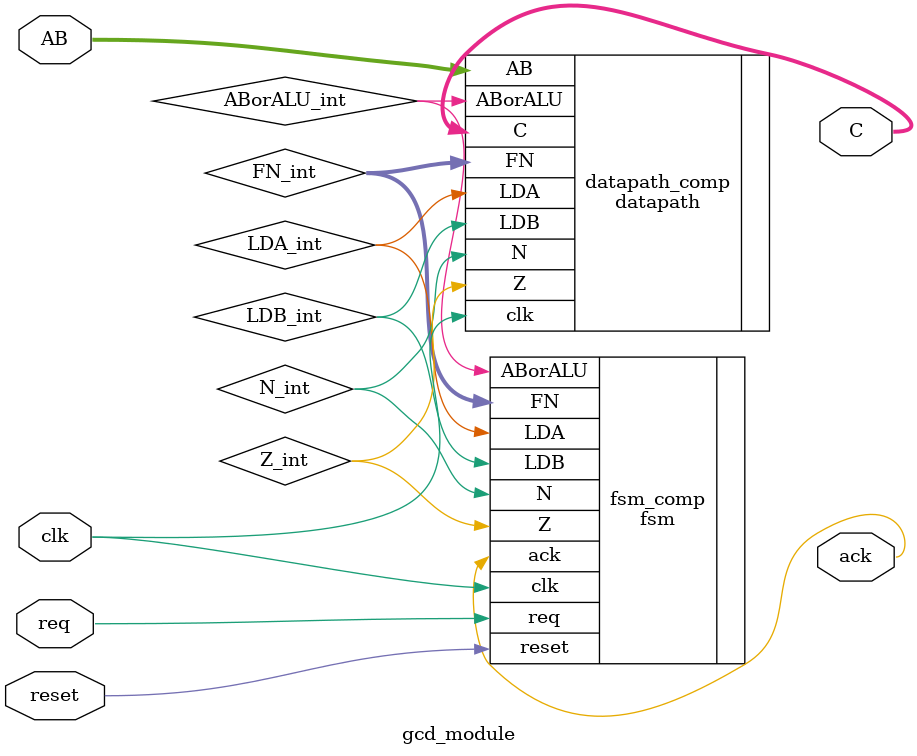
<source format=v>

`default_nettype none

module gcd_module
    (
        input wire        reset,
        input wire        clk,

        input wire        req,
        input wire [15:0] AB,

        output wire        ack,
        output wire [15:0] C
    );

    wire        ABorALU_int, LDA_int, LDB_int, N_int, Z_int;
    wire [1:0]  FN_int;

    fsm fsm_comp (
        .clk(clk),
        .reset(reset),
        
        .req(req),
        .ack(ack),

        .ABorALU(ABorALU_int),
        .LDA(LDA_int),
        .LDB(LDB_int),
        .N(N_int),
        .Z(Z_int),

        .FN(FN_int)
    );

    datapath datapath_comp (
        .clk(clk),
//        .reset(reset),

        .AB(AB),
        .C(C),

        .ABorALU(ABorALU_int),
        .LDA(LDA_int),
        .LDB(LDB_int),

        .N(N_int),
        .Z(Z_int),
        
        .FN(FN_int)
    );

endmodule
</source>
